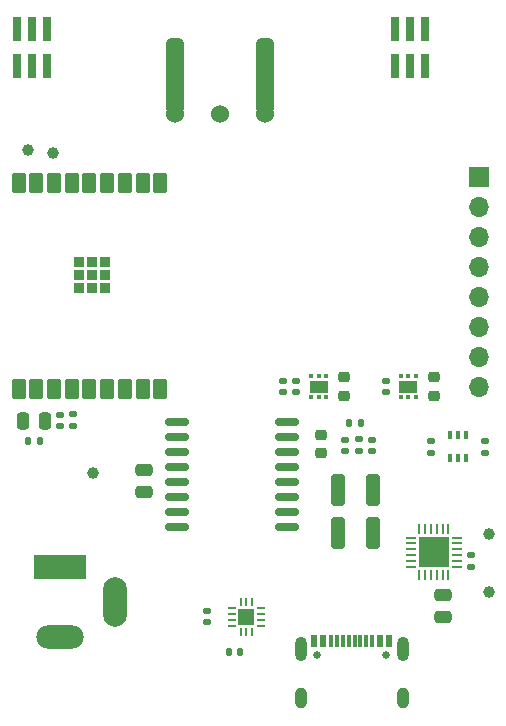
<source format=gbr>
%TF.GenerationSoftware,KiCad,Pcbnew,7.0.10*%
%TF.CreationDate,2024-03-09T07:06:28+08:00*%
%TF.ProjectId,ESP32Sensor-Sensor_board,45535033-3253-4656-9e73-6f722d53656e,rev?*%
%TF.SameCoordinates,Original*%
%TF.FileFunction,Soldermask,Top*%
%TF.FilePolarity,Negative*%
%FSLAX46Y46*%
G04 Gerber Fmt 4.6, Leading zero omitted, Abs format (unit mm)*
G04 Created by KiCad (PCBNEW 7.0.10) date 2024-03-09 07:06:28*
%MOMM*%
%LPD*%
G01*
G04 APERTURE LIST*
G04 Aperture macros list*
%AMRoundRect*
0 Rectangle with rounded corners*
0 $1 Rounding radius*
0 $2 $3 $4 $5 $6 $7 $8 $9 X,Y pos of 4 corners*
0 Add a 4 corners polygon primitive as box body*
4,1,4,$2,$3,$4,$5,$6,$7,$8,$9,$2,$3,0*
0 Add four circle primitives for the rounded corners*
1,1,$1+$1,$2,$3*
1,1,$1+$1,$4,$5*
1,1,$1+$1,$6,$7*
1,1,$1+$1,$8,$9*
0 Add four rect primitives between the rounded corners*
20,1,$1+$1,$2,$3,$4,$5,0*
20,1,$1+$1,$4,$5,$6,$7,0*
20,1,$1+$1,$6,$7,$8,$9,0*
20,1,$1+$1,$8,$9,$2,$3,0*%
G04 Aperture macros list end*
%ADD10O,1.000000X2.100000*%
%ADD11O,1.000000X1.800000*%
%ADD12R,0.300000X1.140000*%
%ADD13R,0.600000X1.080000*%
%ADD14C,0.650000*%
%ADD15RoundRect,0.147500X0.172500X-0.147500X0.172500X0.147500X-0.172500X0.147500X-0.172500X-0.147500X0*%
%ADD16RoundRect,0.250000X-0.250000X-0.475000X0.250000X-0.475000X0.250000X0.475000X-0.250000X0.475000X0*%
%ADD17C,1.000000*%
%ADD18RoundRect,0.250000X0.475000X-0.250000X0.475000X0.250000X-0.475000X0.250000X-0.475000X-0.250000X0*%
%ADD19RoundRect,0.135000X-0.185000X0.135000X-0.185000X-0.135000X0.185000X-0.135000X0.185000X0.135000X0*%
%ADD20R,0.400000X0.650000*%
%ADD21RoundRect,0.093750X-0.106250X0.093750X-0.106250X-0.093750X0.106250X-0.093750X0.106250X0.093750X0*%
%ADD22R,1.600000X1.000000*%
%ADD23RoundRect,0.135000X0.185000X-0.135000X0.185000X0.135000X-0.185000X0.135000X-0.185000X-0.135000X0*%
%ADD24RoundRect,0.135000X-0.135000X-0.185000X0.135000X-0.185000X0.135000X0.185000X-0.135000X0.185000X0*%
%ADD25RoundRect,0.140000X0.170000X-0.140000X0.170000X0.140000X-0.170000X0.140000X-0.170000X-0.140000X0*%
%ADD26RoundRect,0.062500X0.062500X-0.275000X0.062500X0.275000X-0.062500X0.275000X-0.062500X-0.275000X0*%
%ADD27RoundRect,0.062500X0.275000X-0.062500X0.275000X0.062500X-0.275000X0.062500X-0.275000X-0.062500X0*%
%ADD28R,1.450000X1.450000*%
%ADD29RoundRect,0.225000X-0.250000X0.225000X-0.250000X-0.225000X0.250000X-0.225000X0.250000X0.225000X0*%
%ADD30RoundRect,0.140000X-0.140000X-0.170000X0.140000X-0.170000X0.140000X0.170000X-0.140000X0.170000X0*%
%ADD31RoundRect,0.062500X0.062500X-0.350000X0.062500X0.350000X-0.062500X0.350000X-0.062500X-0.350000X0*%
%ADD32RoundRect,0.062500X0.350000X-0.062500X0.350000X0.062500X-0.350000X0.062500X-0.350000X-0.062500X0*%
%ADD33R,2.600000X2.600000*%
%ADD34R,4.500000X2.000000*%
%ADD35O,4.000000X2.000000*%
%ADD36O,2.000000X4.200000*%
%ADD37RoundRect,0.150000X-0.875000X-0.150000X0.875000X-0.150000X0.875000X0.150000X-0.875000X0.150000X0*%
%ADD38RoundRect,0.250000X-0.325000X-1.100000X0.325000X-1.100000X0.325000X1.100000X-0.325000X1.100000X0*%
%ADD39RoundRect,0.102000X0.450000X-0.750000X0.450000X0.750000X-0.450000X0.750000X-0.450000X-0.750000X0*%
%ADD40RoundRect,0.102000X0.350000X-0.350000X0.350000X0.350000X-0.350000X0.350000X-0.350000X-0.350000X0*%
%ADD41R,1.700000X1.700000*%
%ADD42O,1.700000X1.700000*%
%ADD43R,0.760000X2.030000*%
%ADD44RoundRect,0.381000X-0.381000X-2.794000X0.381000X-2.794000X0.381000X2.794000X-0.381000X2.794000X0*%
%ADD45C,1.524000*%
G04 APERTURE END LIST*
D10*
%TO.C,J3*%
X166420000Y-128210000D03*
D11*
X166420000Y-132390000D03*
X157780000Y-132390000D03*
D10*
X157780000Y-128210000D03*
D12*
X160350000Y-127590000D03*
X161350000Y-127590000D03*
X162850000Y-127590000D03*
X163850000Y-127590000D03*
D13*
X164500000Y-127560000D03*
X165300000Y-127560000D03*
D12*
X163350000Y-127590000D03*
X162350000Y-127590000D03*
X161850000Y-127590000D03*
X160850000Y-127590000D03*
D13*
X159700000Y-127560000D03*
X158900000Y-127560000D03*
D14*
X164990000Y-128710000D03*
X159210000Y-128710000D03*
%TD*%
D15*
%TO.C,FB1*%
X156300000Y-106485000D03*
X156300000Y-105515000D03*
%TD*%
D16*
%TO.C,C18*%
X134250000Y-108900000D03*
X136150000Y-108900000D03*
%TD*%
D17*
%TO.C,TP5*%
X173700000Y-123400000D03*
%TD*%
D18*
%TO.C,C1*%
X169800000Y-125550000D03*
X169800000Y-123650000D03*
%TD*%
D19*
%TO.C,R1*%
X172200000Y-120300000D03*
X172200000Y-121320000D03*
%TD*%
D20*
%TO.C,U10*%
X171750000Y-110150000D03*
X171100000Y-110150000D03*
X170450000Y-110150000D03*
X170450000Y-112050000D03*
X171100000Y-112050000D03*
X171750000Y-112050000D03*
%TD*%
D21*
%TO.C,U14*%
X159950000Y-105125000D03*
X159300000Y-105125000D03*
X158650000Y-105125000D03*
X158650000Y-106900000D03*
X159300000Y-106900000D03*
X159950000Y-106900000D03*
D22*
X159300000Y-106012500D03*
%TD*%
D23*
%TO.C,R18*%
X168800000Y-111610000D03*
X168800000Y-110590000D03*
%TD*%
D17*
%TO.C,TP1*%
X136800000Y-86200000D03*
%TD*%
D21*
%TO.C,U11*%
X167550000Y-105125000D03*
X166900000Y-105125000D03*
X166250000Y-105125000D03*
X166250000Y-106900000D03*
X166900000Y-106900000D03*
X167550000Y-106900000D03*
D22*
X166900000Y-106012500D03*
%TD*%
D24*
%TO.C,R22*%
X161890000Y-109100000D03*
X162910000Y-109100000D03*
%TD*%
D25*
%TO.C,C29*%
X157400000Y-106492500D03*
X157400000Y-105532500D03*
%TD*%
D26*
%TO.C,U8*%
X152700000Y-126762500D03*
X153200000Y-126762500D03*
X153700000Y-126762500D03*
D27*
X154462500Y-126250000D03*
X154462500Y-125750000D03*
X154462500Y-125250000D03*
X154462500Y-124750000D03*
D26*
X153700000Y-124237500D03*
X153200000Y-124237500D03*
X152700000Y-124237500D03*
D27*
X151937500Y-124750000D03*
X151937500Y-125250000D03*
X151937500Y-125750000D03*
X151937500Y-126250000D03*
D28*
X153200000Y-125500000D03*
%TD*%
D25*
%TO.C,C22*%
X137450000Y-109355000D03*
X137450000Y-108395000D03*
%TD*%
D29*
%TO.C,C25*%
X169050000Y-105237500D03*
X169050000Y-106787500D03*
%TD*%
D17*
%TO.C,TP3*%
X140200000Y-113330000D03*
%TD*%
D15*
%TO.C,FB2*%
X163800000Y-111485000D03*
X163800000Y-110515000D03*
%TD*%
D30*
%TO.C,C20*%
X151720000Y-128500000D03*
X152680000Y-128500000D03*
%TD*%
D23*
%TO.C,R19*%
X173400000Y-111610000D03*
X173400000Y-110590000D03*
%TD*%
D31*
%TO.C,U15*%
X167800000Y-121987500D03*
X168300000Y-121987500D03*
X168800000Y-121987500D03*
X169300000Y-121987500D03*
X169800000Y-121987500D03*
X170300000Y-121987500D03*
D32*
X170987500Y-121300000D03*
X170987500Y-120800000D03*
X170987500Y-120300000D03*
X170987500Y-119800000D03*
X170987500Y-119300000D03*
X170987500Y-118800000D03*
D31*
X170300000Y-118112500D03*
X169800000Y-118112500D03*
X169300000Y-118112500D03*
X168800000Y-118112500D03*
X168300000Y-118112500D03*
X167800000Y-118112500D03*
D32*
X167112500Y-118800000D03*
X167112500Y-119300000D03*
X167112500Y-119800000D03*
X167112500Y-120300000D03*
X167112500Y-120800000D03*
X167112500Y-121300000D03*
D33*
X169050000Y-120050000D03*
%TD*%
D25*
%TO.C,C27*%
X161500000Y-111480000D03*
X161500000Y-110520000D03*
%TD*%
D23*
%TO.C,R16*%
X138525000Y-109385000D03*
X138525000Y-108365000D03*
%TD*%
D29*
%TO.C,C23*%
X159500000Y-110125000D03*
X159500000Y-111675000D03*
%TD*%
D18*
%TO.C,C26*%
X144500000Y-114950000D03*
X144500000Y-113050000D03*
%TD*%
D25*
%TO.C,C24*%
X165000000Y-106492500D03*
X165000000Y-105532500D03*
%TD*%
D17*
%TO.C,TP2*%
X134700000Y-86000000D03*
%TD*%
D34*
%TO.C,J1*%
X137400000Y-121250000D03*
D35*
X137400000Y-127250000D03*
D36*
X142100000Y-124250000D03*
%TD*%
D37*
%TO.C,U13*%
X147350000Y-109055000D03*
X147350000Y-110325000D03*
X147350000Y-111595000D03*
X147350000Y-112865000D03*
X147350000Y-114135000D03*
X147350000Y-115405000D03*
X147350000Y-116675000D03*
X147350000Y-117945000D03*
X156650000Y-117945000D03*
X156650000Y-116675000D03*
X156650000Y-115405000D03*
X156650000Y-114135000D03*
X156650000Y-112865000D03*
X156650000Y-111595000D03*
X156650000Y-110325000D03*
X156650000Y-109055000D03*
%TD*%
D38*
%TO.C,C28*%
X160925000Y-114800000D03*
X163875000Y-114800000D03*
%TD*%
D25*
%TO.C,C19*%
X149825000Y-125955000D03*
X149825000Y-124995000D03*
%TD*%
D30*
%TO.C,C17*%
X134720000Y-110600000D03*
X135680000Y-110600000D03*
%TD*%
D17*
%TO.C,TP6*%
X173700000Y-118500000D03*
%TD*%
D38*
%TO.C,C31*%
X160925000Y-118400000D03*
X163875000Y-118400000D03*
%TD*%
D23*
%TO.C,R23*%
X162700000Y-111510000D03*
X162700000Y-110490000D03*
%TD*%
D39*
%TO.C,U9*%
X133905100Y-106250000D03*
X135405100Y-106250000D03*
X136905100Y-106250000D03*
X138405100Y-106250000D03*
X139905100Y-106250000D03*
X141405100Y-106250000D03*
X142905100Y-106250000D03*
X144405100Y-106250000D03*
X145905100Y-106250000D03*
X145905100Y-88750000D03*
X144405100Y-88750000D03*
X142905100Y-88750000D03*
X141405100Y-88750000D03*
X139905100Y-88750000D03*
X138405100Y-88750000D03*
X136905100Y-88750000D03*
X135405100Y-88750000D03*
X133905100Y-88750000D03*
D40*
X139005100Y-97640000D03*
X139005100Y-96540000D03*
X139005100Y-95440000D03*
X140105100Y-97640000D03*
X140105100Y-96540000D03*
X140105100Y-95440000D03*
X141205100Y-97640000D03*
X141205100Y-96540000D03*
X141205100Y-95440000D03*
%TD*%
D29*
%TO.C,C30*%
X161450000Y-105237500D03*
X161450000Y-106787500D03*
%TD*%
D41*
%TO.C,J6*%
X172900000Y-88280000D03*
D42*
X172900000Y-90820000D03*
X172900000Y-93360000D03*
X172900000Y-95900000D03*
X172900000Y-98440000D03*
X172900000Y-100980000D03*
X172900000Y-103520000D03*
X172900000Y-106060000D03*
%TD*%
D43*
%TO.C,J4*%
X168282500Y-75782500D03*
X168282500Y-78832500D03*
X167012500Y-75782500D03*
X167012500Y-78832500D03*
X165742500Y-75782500D03*
X165742500Y-78832500D03*
%TD*%
D44*
%TO.C,PD1*%
X154726500Y-79729500D03*
D45*
X154726500Y-82904500D03*
D44*
X147170000Y-79729500D03*
D45*
X147170000Y-82904500D03*
X150916500Y-82904500D03*
%TD*%
D43*
%TO.C,J2*%
X136282500Y-75782500D03*
X136282500Y-78832500D03*
X135012500Y-75782500D03*
X135012500Y-78832500D03*
X133742500Y-75782500D03*
X133742500Y-78832500D03*
%TD*%
M02*

</source>
